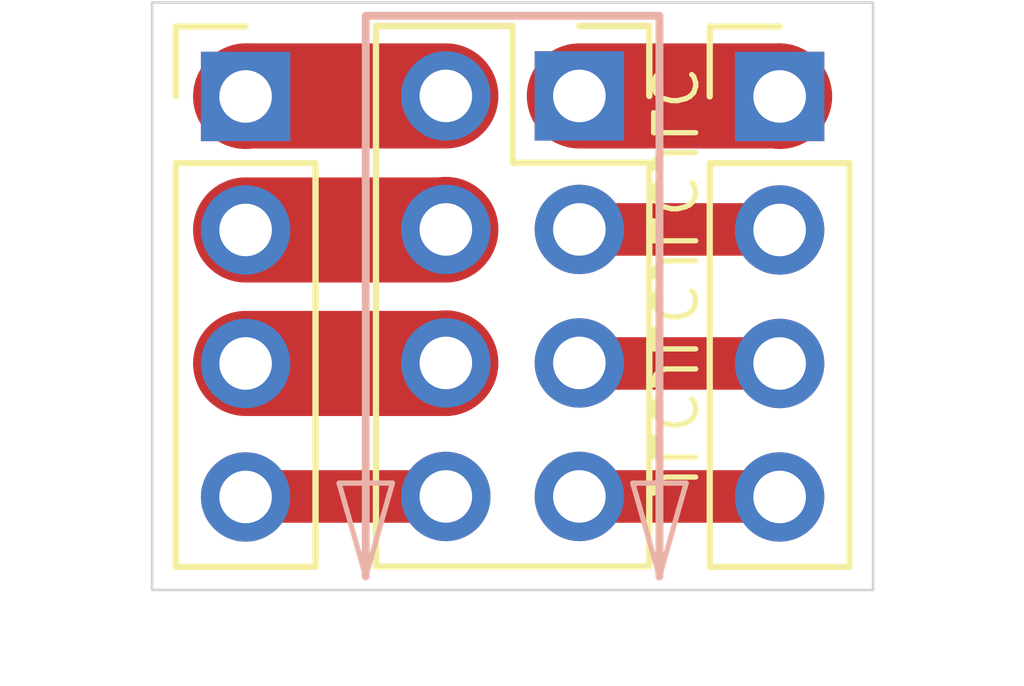
<source format=kicad_pcb>
(kicad_pcb (version 20240108) (generator "pcbnew") (generator_version "8.0")
  (layers (0 "F.Cu" signal) (31 "B.Cu" signal) (34 "B.Paste" user) (35 "F.Paste" user) (36 "B.SilkS" user "B.Silkscreen") (37 "F.SilkS" user "F.Silkscreen") (38 "B.Mask" user) (39 "F.Mask" user) (44 "Edge.Cuts" user))
  (net 0 "")
  (net 1 "Net-(J1-Pin_4)")
  (net 2 "Net-(J1-Pin_6)")
  (net 3 "Net-(J1-Pin_8)")
  (net 4 "Net-(J1-Pin_1)")
  (net 5 "Net-(J1-Pin_7)")
  (net 6 "Net-(J1-Pin_5)")
  (net 7 "Net-(J1-Pin_2)")
  (net 8 "Net-(J1-Pin_3)")
  (footprint "Connector_PinHeader_2.54mm:PinHeader_1x04_P2.54mm_Vertical" (layer "F.Cu") (at 152.654 101.864)
    (property "Reference" "J2" (hide yes))
    (property "Value" "Conn_01x04")
    (fp_line (start -1.33 -1.33) (end 0 -1.33) (stroke (width 0.12)) (layer "F.SilkS"))
    (fp_line (start -1.33 0) (end -1.33 -1.33) (stroke (width 0.12)) (layer "F.SilkS"))
    (fp_line (start -1.33 1.27) (end -1.33 8.95) (stroke (width 0.12)) (layer "F.SilkS"))
    (fp_line (start -1.33 1.27) (end 1.33 1.27) (stroke (width 0.12)) (layer "F.SilkS"))
    (fp_line (start -1.33 8.95) (end 1.33 8.95) (stroke (width 0.12)) (layer "F.SilkS"))
    (fp_line (start 1.33 1.27) (end 1.33 8.95) (stroke (width 0.12)) (layer "F.SilkS"))
    (pad "1" thru_hole rect (at 0 0) (size 1.7 1.7) (drill 1) (layers "*.Cu" "*.Mask" "In1.Cu" "In2.Cu" "In3.Cu" "In4.Cu" "In5.Cu" "In6.Cu" "In7.Cu" "In8.Cu" "In9.Cu" "In10.Cu" "In11.Cu" "In12.Cu" "In13.Cu" "In14.Cu" "In15.Cu" "In16.Cu" "In17.Cu" "In18.Cu" "In19.Cu" "In20.Cu" "In21.Cu" "In22.Cu" "In23.Cu" "In24.Cu" "In25.Cu" "In26.Cu" "In27.Cu" "In28.Cu" "In29.Cu" "In30.Cu") (net 7 "Net-(J1-Pin_2)"))
    (pad "2" thru_hole oval (at 0 2.54) (size 1.7 1.7) (drill 1) (layers "*.Cu" "*.Mask" "In1.Cu" "In2.Cu" "In3.Cu" "In4.Cu" "In5.Cu" "In6.Cu" "In7.Cu" "In8.Cu" "In9.Cu" "In10.Cu" "In11.Cu" "In12.Cu" "In13.Cu" "In14.Cu" "In15.Cu" "In16.Cu" "In17.Cu" "In18.Cu" "In19.Cu" "In20.Cu" "In21.Cu" "In22.Cu" "In23.Cu" "In24.Cu" "In25.Cu" "In26.Cu" "In27.Cu" "In28.Cu" "In29.Cu" "In30.Cu") (net 1 "Net-(J1-Pin_4)"))
    (pad "3" thru_hole oval (at 0 5.08) (size 1.7 1.7) (drill 1) (layers "*.Cu" "*.Mask" "In1.Cu" "In2.Cu" "In3.Cu" "In4.Cu" "In5.Cu" "In6.Cu" "In7.Cu" "In8.Cu" "In9.Cu" "In10.Cu" "In11.Cu" "In12.Cu" "In13.Cu" "In14.Cu" "In15.Cu" "In16.Cu" "In17.Cu" "In18.Cu" "In19.Cu" "In20.Cu" "In21.Cu" "In22.Cu" "In23.Cu" "In24.Cu" "In25.Cu" "In26.Cu" "In27.Cu" "In28.Cu" "In29.Cu" "In30.Cu") (net 2 "Net-(J1-Pin_6)"))
    (pad "4" thru_hole oval (at 0 7.62) (size 1.7 1.7) (drill 1) (layers "*.Cu" "*.Mask" "In1.Cu" "In2.Cu" "In3.Cu" "In4.Cu" "In5.Cu" "In6.Cu" "In7.Cu" "In8.Cu" "In9.Cu" "In10.Cu" "In11.Cu" "In12.Cu" "In13.Cu" "In14.Cu" "In15.Cu" "In16.Cu" "In17.Cu" "In18.Cu" "In19.Cu" "In20.Cu" "In21.Cu" "In22.Cu" "In23.Cu" "In24.Cu" "In25.Cu" "In26.Cu" "In27.Cu" "In28.Cu" "In29.Cu" "In30.Cu") (net 3 "Net-(J1-Pin_8)"))
  )
  (footprint "Connector_PinHeader_2.54mm:PinHeader_1x04_P2.54mm_Vertical" (layer "F.Cu") (at 162.814 101.864)
    (property "Reference" "J3" (hide yes))
    (property "Value" "Conn_01x04")
    (fp_line (start -1.33 -1.33) (end 0 -1.33) (stroke (width 0.12)) (layer "F.SilkS"))
    (fp_line (start -1.33 0) (end -1.33 -1.33) (stroke (width 0.12)) (layer "F.SilkS"))
    (fp_line (start -1.33 1.27) (end -1.33 8.95) (stroke (width 0.12)) (layer "F.SilkS"))
    (fp_line (start -1.33 1.27) (end 1.33 1.27) (stroke (width 0.12)) (layer "F.SilkS"))
    (fp_line (start -1.33 8.95) (end 1.33 8.95) (stroke (width 0.12)) (layer "F.SilkS"))
    (fp_line (start 1.33 1.27) (end 1.33 8.95) (stroke (width 0.12)) (layer "F.SilkS"))
    (pad "1" thru_hole rect (at 0 0) (size 1.7 1.7) (drill 1) (layers "*.Cu" "*.Mask" "In1.Cu" "In2.Cu" "In3.Cu" "In4.Cu" "In5.Cu" "In6.Cu" "In7.Cu" "In8.Cu" "In9.Cu" "In10.Cu" "In11.Cu" "In12.Cu" "In13.Cu" "In14.Cu" "In15.Cu" "In16.Cu" "In17.Cu" "In18.Cu" "In19.Cu" "In20.Cu" "In21.Cu" "In22.Cu" "In23.Cu" "In24.Cu" "In25.Cu" "In26.Cu" "In27.Cu" "In28.Cu" "In29.Cu" "In30.Cu") (net 4 "Net-(J1-Pin_1)"))
    (pad "2" thru_hole oval (at 0 2.54) (size 1.7 1.7) (drill 1) (layers "*.Cu" "*.Mask" "In1.Cu" "In2.Cu" "In3.Cu" "In4.Cu" "In5.Cu" "In6.Cu" "In7.Cu" "In8.Cu" "In9.Cu" "In10.Cu" "In11.Cu" "In12.Cu" "In13.Cu" "In14.Cu" "In15.Cu" "In16.Cu" "In17.Cu" "In18.Cu" "In19.Cu" "In20.Cu" "In21.Cu" "In22.Cu" "In23.Cu" "In24.Cu" "In25.Cu" "In26.Cu" "In27.Cu" "In28.Cu" "In29.Cu" "In30.Cu") (net 8 "Net-(J1-Pin_3)"))
    (pad "3" thru_hole oval (at 0 5.08) (size 1.7 1.7) (drill 1) (layers "*.Cu" "*.Mask" "In1.Cu" "In2.Cu" "In3.Cu" "In4.Cu" "In5.Cu" "In6.Cu" "In7.Cu" "In8.Cu" "In9.Cu" "In10.Cu" "In11.Cu" "In12.Cu" "In13.Cu" "In14.Cu" "In15.Cu" "In16.Cu" "In17.Cu" "In18.Cu" "In19.Cu" "In20.Cu" "In21.Cu" "In22.Cu" "In23.Cu" "In24.Cu" "In25.Cu" "In26.Cu" "In27.Cu" "In28.Cu" "In29.Cu" "In30.Cu") (net 6 "Net-(J1-Pin_5)"))
    (pad "4" thru_hole oval (at 0 7.62) (size 1.7 1.7) (drill 1) (layers "*.Cu" "*.Mask" "In1.Cu" "In2.Cu" "In3.Cu" "In4.Cu" "In5.Cu" "In6.Cu" "In7.Cu" "In8.Cu" "In9.Cu" "In10.Cu" "In11.Cu" "In12.Cu" "In13.Cu" "In14.Cu" "In15.Cu" "In16.Cu" "In17.Cu" "In18.Cu" "In19.Cu" "In20.Cu" "In21.Cu" "In22.Cu" "In23.Cu" "In24.Cu" "In25.Cu" "In26.Cu" "In27.Cu" "In28.Cu" "In29.Cu" "In30.Cu") (net 5 "Net-(J1-Pin_7)"))
  )
  (footprint "Connector_PinSocket_2.54mm:PinSocket_2x04_P2.54mm_Vertical" (layer "F.Cu") (at 159.004 101.854)
    (property "Reference" "J1" (hide yes))
    (property "Value" "Conn_02x04_Odd_Even")
    (fp_line (start -3.87 -1.33) (end -3.87 8.95) (stroke (width 0.12)) (layer "F.SilkS"))
    (fp_line (start -3.87 -1.33) (end -1.27 -1.33) (stroke (width 0.12)) (layer "F.SilkS"))
    (fp_line (start -3.87 8.95) (end 1.33 8.95) (stroke (width 0.12)) (layer "F.SilkS"))
    (fp_line (start -1.27 -1.33) (end -1.27 1.27) (stroke (width 0.12)) (layer "F.SilkS"))
    (fp_line (start -1.27 1.27) (end 1.33 1.27) (stroke (width 0.12)) (layer "F.SilkS"))
    (fp_line (start 0 -1.33) (end 1.33 -1.33) (stroke (width 0.12)) (layer "F.SilkS"))
    (fp_line (start 1.33 -1.33) (end 1.33 0) (stroke (width 0.12)) (layer "F.SilkS"))
    (fp_line (start 1.33 1.27) (end 1.33 8.95) (stroke (width 0.12)) (layer "F.SilkS"))
    (pad "1" thru_hole rect (at 0 0) (size 1.7 1.7) (drill 1) (layers "*.Cu" "*.Mask" "In1.Cu" "In2.Cu" "In3.Cu" "In4.Cu" "In5.Cu" "In6.Cu" "In7.Cu" "In8.Cu" "In9.Cu" "In10.Cu" "In11.Cu" "In12.Cu" "In13.Cu" "In14.Cu" "In15.Cu" "In16.Cu" "In17.Cu" "In18.Cu" "In19.Cu" "In20.Cu" "In21.Cu" "In22.Cu" "In23.Cu" "In24.Cu" "In25.Cu" "In26.Cu" "In27.Cu" "In28.Cu" "In29.Cu" "In30.Cu") (net 4 "Net-(J1-Pin_1)"))
    (pad "2" thru_hole oval (at -2.54 0) (size 1.7 1.7) (drill 1) (layers "*.Cu" "*.Mask" "In1.Cu" "In2.Cu" "In3.Cu" "In4.Cu" "In5.Cu" "In6.Cu" "In7.Cu" "In8.Cu" "In9.Cu" "In10.Cu" "In11.Cu" "In12.Cu" "In13.Cu" "In14.Cu" "In15.Cu" "In16.Cu" "In17.Cu" "In18.Cu" "In19.Cu" "In20.Cu" "In21.Cu" "In22.Cu" "In23.Cu" "In24.Cu" "In25.Cu" "In26.Cu" "In27.Cu" "In28.Cu" "In29.Cu" "In30.Cu") (net 7 "Net-(J1-Pin_2)"))
    (pad "3" thru_hole oval (at 0 2.54) (size 1.7 1.7) (drill 1) (layers "*.Cu" "*.Mask" "In1.Cu" "In2.Cu" "In3.Cu" "In4.Cu" "In5.Cu" "In6.Cu" "In7.Cu" "In8.Cu" "In9.Cu" "In10.Cu" "In11.Cu" "In12.Cu" "In13.Cu" "In14.Cu" "In15.Cu" "In16.Cu" "In17.Cu" "In18.Cu" "In19.Cu" "In20.Cu" "In21.Cu" "In22.Cu" "In23.Cu" "In24.Cu" "In25.Cu" "In26.Cu" "In27.Cu" "In28.Cu" "In29.Cu" "In30.Cu") (net 8 "Net-(J1-Pin_3)"))
    (pad "4" thru_hole oval (at -2.54 2.54) (size 1.7 1.7) (drill 1) (layers "*.Cu" "*.Mask" "In1.Cu" "In2.Cu" "In3.Cu" "In4.Cu" "In5.Cu" "In6.Cu" "In7.Cu" "In8.Cu" "In9.Cu" "In10.Cu" "In11.Cu" "In12.Cu" "In13.Cu" "In14.Cu" "In15.Cu" "In16.Cu" "In17.Cu" "In18.Cu" "In19.Cu" "In20.Cu" "In21.Cu" "In22.Cu" "In23.Cu" "In24.Cu" "In25.Cu" "In26.Cu" "In27.Cu" "In28.Cu" "In29.Cu" "In30.Cu") (net 1 "Net-(J1-Pin_4)"))
    (pad "5" thru_hole oval (at 0 5.08) (size 1.7 1.7) (drill 1) (layers "*.Cu" "*.Mask" "In1.Cu" "In2.Cu" "In3.Cu" "In4.Cu" "In5.Cu" "In6.Cu" "In7.Cu" "In8.Cu" "In9.Cu" "In10.Cu" "In11.Cu" "In12.Cu" "In13.Cu" "In14.Cu" "In15.Cu" "In16.Cu" "In17.Cu" "In18.Cu" "In19.Cu" "In20.Cu" "In21.Cu" "In22.Cu" "In23.Cu" "In24.Cu" "In25.Cu" "In26.Cu" "In27.Cu" "In28.Cu" "In29.Cu" "In30.Cu") (net 6 "Net-(J1-Pin_5)"))
    (pad "6" thru_hole oval (at -2.54 5.08) (size 1.7 1.7) (drill 1) (layers "*.Cu" "*.Mask" "In1.Cu" "In2.Cu" "In3.Cu" "In4.Cu" "In5.Cu" "In6.Cu" "In7.Cu" "In8.Cu" "In9.Cu" "In10.Cu" "In11.Cu" "In12.Cu" "In13.Cu" "In14.Cu" "In15.Cu" "In16.Cu" "In17.Cu" "In18.Cu" "In19.Cu" "In20.Cu" "In21.Cu" "In22.Cu" "In23.Cu" "In24.Cu" "In25.Cu" "In26.Cu" "In27.Cu" "In28.Cu" "In29.Cu" "In30.Cu") (net 2 "Net-(J1-Pin_6)"))
    (pad "7" thru_hole oval (at 0 7.62) (size 1.7 1.7) (drill 1) (layers "*.Cu" "*.Mask" "In1.Cu" "In2.Cu" "In3.Cu" "In4.Cu" "In5.Cu" "In6.Cu" "In7.Cu" "In8.Cu" "In9.Cu" "In10.Cu" "In11.Cu" "In12.Cu" "In13.Cu" "In14.Cu" "In15.Cu" "In16.Cu" "In17.Cu" "In18.Cu" "In19.Cu" "In20.Cu" "In21.Cu" "In22.Cu" "In23.Cu" "In24.Cu" "In25.Cu" "In26.Cu" "In27.Cu" "In28.Cu" "In29.Cu" "In30.Cu") (net 5 "Net-(J1-Pin_7)"))
    (pad "8" thru_hole oval (at -2.54 7.62) (size 1.7 1.7) (drill 1) (layers "*.Cu" "*.Mask" "In1.Cu" "In2.Cu" "In3.Cu" "In4.Cu" "In5.Cu" "In6.Cu" "In7.Cu" "In8.Cu" "In9.Cu" "In10.Cu" "In11.Cu" "In12.Cu" "In13.Cu" "In14.Cu" "In15.Cu" "In16.Cu" "In17.Cu" "In18.Cu" "In19.Cu" "In20.Cu" "In21.Cu" "In22.Cu" "In23.Cu" "In24.Cu" "In25.Cu" "In26.Cu" "In27.Cu" "In28.Cu" "In29.Cu" "In30.Cu") (net 3 "Net-(J1-Pin_8)"))
  )
  (gr_line (start 155.448 109.22) (end 154.94 110.998) (stroke (width 0.1)) (layer "B.SilkS"))
  (gr_line (start 160.528 110.998) (end 160.02 109.22) (stroke (width 0.1)) (layer "B.SilkS"))
  (gr_line (start 160.528 100.33) (end 160.528 110.998) (stroke (width 0.15)) (layer "B.SilkS"))
  (gr_line (start 161.036 109.22) (end 160.528 110.998) (stroke (width 0.1)) (layer "B.SilkS"))
  (gr_line (start 160.528 100.33) (end 154.94 100.33) (stroke (width 0.15)) (layer "B.SilkS"))
  (gr_line (start 154.94 100.33) (end 154.94 110.998) (stroke (width 0.15)) (layer "B.SilkS"))
  (gr_line (start 160.02 109.22) (end 161.036 109.22) (stroke (width 0.1)) (layer "B.SilkS"))
  (gr_line (start 154.432 109.22) (end 155.448 109.22) (stroke (width 0.1)) (layer "B.SilkS"))
  (gr_line (start 154.94 110.998) (end 154.432 109.22) (stroke (width 0.1)) (layer "B.SilkS"))
  (gr_line (start 164.592 111.252) (end 150.876 111.252) (stroke (width 0.05)) (layer "Edge.Cuts"))
  (gr_line (start 150.876 111.252) (end 150.876 100.076) (stroke (width 0.05)) (layer "Edge.Cuts"))
  (gr_line (start 164.592 100.076) (end 164.592 111.252) (stroke (width 0.05)) (layer "Edge.Cuts"))
  (gr_line (start 150.876 100.076) (end 164.592 100.076) (stroke (width 0.05)) (layer "Edge.Cuts"))
  (gr_text "JLCJLCJLCJLC" (at 160.782 105.41 270) (layer "F.SilkS") (effects (font (size 0.8 0.8) (thickness 0.1)) (justify mirror)))
  (segment (start 156.454 104.404) (end 156.464 104.394) (width 2) (layer "F.Cu") (net 1))
  (segment (start 152.654 104.404) (end 156.454 104.404) (width 2) (layer "F.Cu") (net 1))
  (segment (start 152.654 106.944) (end 156.454 106.944) (width 2) (layer "F.Cu") (net 2))
  (segment (start 156.454 106.944) (end 156.464 106.934) (width 2) (layer "F.Cu") (net 2))
  (segment (start 152.664 109.474) (end 152.654 109.484) (width 1) (layer "F.Cu") (net 3))
  (segment (start 156.464 109.474) (end 152.664 109.474) (width 1) (layer "F.Cu") (net 3))
  (segment (start 162.804 101.854) (end 162.814 101.864) (width 2) (layer "F.Cu") (net 4))
  (segment (start 159.004 101.854) (end 162.804 101.854) (width 2) (layer "F.Cu") (net 4))
  (segment (start 162.804 109.474) (end 162.814 109.484) (width 1) (layer "F.Cu") (net 5))
  (segment (start 159.004 109.474) (end 162.804 109.474) (width 1) (layer "F.Cu") (net 5))
  (segment (start 159.014 106.944) (end 159.004 106.934) (width 1) (layer "F.Cu") (net 6))
  (segment (start 162.814 106.944) (end 159.014 106.944) (width 1) (layer "F.Cu") (net 6))
  (segment (start 156.464 101.854) (end 152.664 101.854) (width 2) (layer "F.Cu") (net 7))
  (segment (start 152.664 101.854) (end 152.654 101.864) (width 2) (layer "F.Cu") (net 7))
  (segment (start 162.804 104.394) (end 162.814 104.404) (width 1) (layer "F.Cu") (net 8))
  (segment (start 159.004 104.394) (end 162.804 104.394) (width 1) (layer "F.Cu") (net 8))
)
</source>
